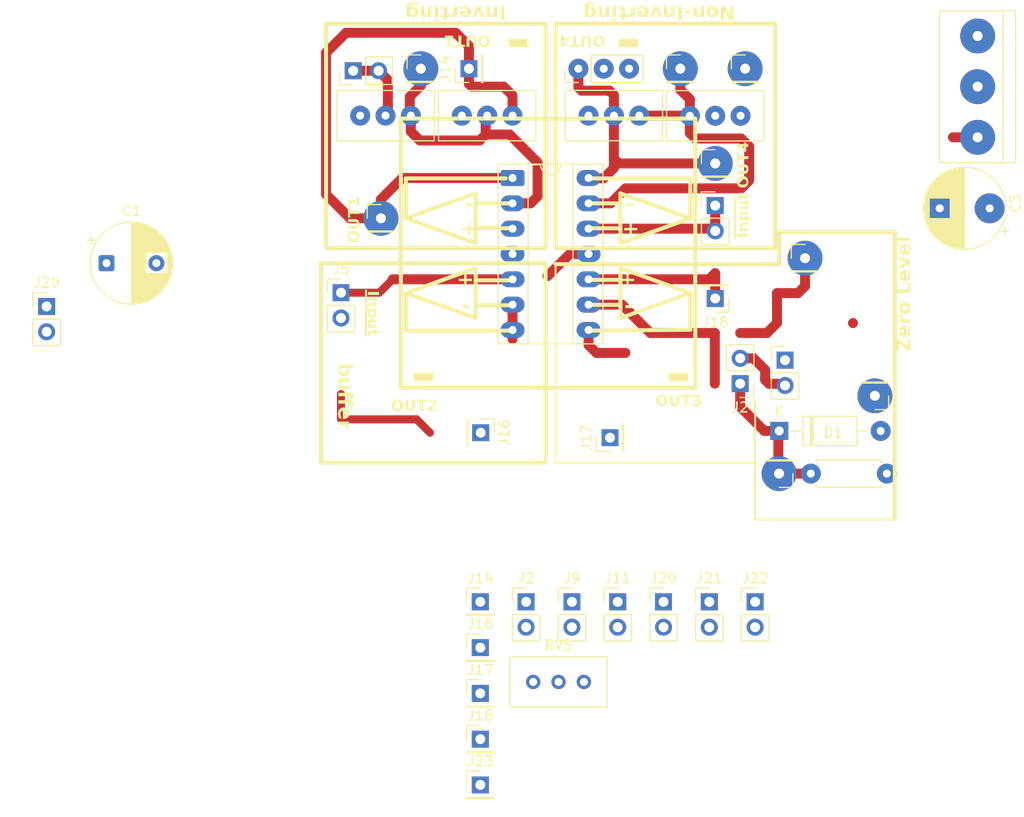
<source format=kicad_pcb>
(kicad_pcb (version 20241229) (generator "pcbnew") (generator_version "9.0")
  (layers (0 "F.Cu" signal) (2 "B.Cu" signal) (13 "F.Paste" user) (15 "B.Paste" user) (5 "F.SilkS" user "F.Silkscreen") (7 "B.SilkS" user "B.Silkscreen") (1 "F.Mask" user) (3 "B.Mask" user) (25 "Edge.Cuts" user))
  (net 0 "")
  (net 1 "VCC")
  (net 2 "VEE")
  (net 3 "bat-")
  (net 4 "v_zener")
  (net 5 "bat+")
  (net 6 "v_devider")
  (net 7 "noninv_amp_vo")
  (net 8 "inv_amp_vo")
  (net 9 "Net-(J10-Pin_1)")
  (net 10 "inv_amp_vin")
  (net 11 "buffer_amp_vo")
  (net 16 "buffer_vin")
  (net 17 "buffer_amp_vin")
  (net 18 "noninv_amp_vin")
  (net 19 "cross_detect_out")
  (net 22 "Net-(J23-Pin_1)")
  (net 23 "Net-(J15-Pin_2)")
  (footprint "Potentiometer_THT:Potentiometer_Bourns_3296W_Vertical" (layer "F.Cu") (at 203.5 79.704956)
    (property "Reference" "RV2" (hide yes))
    (property "Value" "R_Potentiometer" (hide yes))
    (pad "1" thru_hole circle (at 0 0) (size 2 2) (drill 0.8) (layers "*.Cu" "*.Mask") (net 9 "Net-(J10-Pin_1)"))
    (pad "2" thru_hole circle (at -2.54 0) (size 2 2) (drill 0.8) (layers "*.Cu" "*.Mask") (net 10 "inv_amp_vin"))
    (pad "3" thru_hole circle (at -5.08 0) (size 2 2) (drill 0.8) (layers "*.Cu" "*.Mask"))
  )
  (footprint "Connector_PinHeader_2.54mm:PinHeader_1x02_P2.54mm_Vertical" (layer "F.Cu") (at 215.05 128.46)
    (property "Reference" "J2" (at 0 -2.38 0) (layer "F.SilkS"))
    (property "Value" "Conn_01x02")
    (pad "1" thru_hole rect (at 0 0) (size 1.7 1.7) (drill 1) (layers "*.Cu" "*.Mask") (net 3 "bat-"))
    (pad "2" thru_hole circle (at 0 2.54) (size 1.7 1.7) (drill 1) (layers "*.Cu" "*.Mask") (net 19 "cross_detect_out"))
  )
  (footprint "Package_DIP:DIP-14_W7.62mm_Socket_LongPads" (layer "F.Cu") (at 213.69 85.96)
    (property "Reference" "U1" (hide yes))
    (property "Value" "TL084")
    (pad "1" thru_hole roundrect (at 0 0) (size 2.4 1.6) (drill 0.8) (layers "*.Cu" "*.Mask") (roundrect_rratio 0.15625) (net 8 "inv_amp_vo"))
    (pad "2" thru_hole oval (at 0 2.54) (size 2.4 1.6) (drill 0.8) (layers "*.Cu" "*.Mask") (net 9 "Net-(J10-Pin_1)"))
    (pad "3" thru_hole oval (at 0 5.08) (size 2.4 1.6) (drill 0.8) (layers "*.Cu" "*.Mask") (net 3 "bat-"))
    (pad "4" thru_hole oval (at 0 7.62) (size 2.4 1.6) (drill 0.8) (layers "*.Cu" "*.Mask") (net 1 "VCC"))
    (pad "5" thru_hole oval (at 0 10.16) (size 2.4 1.6) (drill 0.8) (layers "*.Cu" "*.Mask") (net 17 "buffer_amp_vin"))
    (pad "6" thru_hole oval (at 0 12.7) (size 2.4 1.6) (drill 0.8) (layers "*.Cu" "*.Mask") (net 11 "buffer_amp_vo"))
    (pad "7" thru_hole oval (at 0 15.24) (size 2.4 1.6) (drill 0.8) (layers "*.Cu" "*.Mask") (net 11 "buffer_amp_vo"))
    (pad "8" thru_hole oval (at 7.62 15.24) (size 2.4 1.6) (drill 0.8) (layers "*.Cu" "*.Mask") (net 19 "cross_detect_out"))
    (pad "9" thru_hole oval (at 7.62 12.7) (size 2.4 1.6) (drill 0.8) (layers "*.Cu" "*.Mask") (net 23 "Net-(J15-Pin_2)"))
    (pad "10" thru_hole oval (at 7.62 10.16) (size 2.4 1.6) (drill 0.8) (layers "*.Cu" "*.Mask") (net 16 "buffer_vin"))
    (pad "11" thru_hole oval (at 7.62 7.62) (size 2.4 1.6) (drill 0.8) (layers "*.Cu" "*.Mask") (net 2 "VEE"))
    (pad "12" thru_hole oval (at 7.62 5.08) (size 2.4 1.6) (drill 0.8) (layers "*.Cu" "*.Mask") (net 18 "noninv_amp_vin"))
    (pad "13" thru_hole oval (at 7.62 2.54) (size 2.4 1.6) (drill 0.8) (layers "*.Cu" "*.Mask") (net 22 "Net-(J23-Pin_1)"))
    (pad "14" thru_hole oval (at 7.62 0) (size 2.4 1.6) (drill 0.8) (layers "*.Cu" "*.Mask") (net 7 "noninv_amp_vo"))
  )
  (footprint "Connector_PinHeader_2.54mm:PinHeader_1x01_P2.54mm_Vertical" (layer "F.Cu") (at 209.32 75 90)
    (property "Reference" "J14" (at 0 -2.38 90) (layer "F.SilkS"))
    (property "Value" "Conn_01x01_Pin")
    (pad "1" thru_hole rect (at 0 0 90) (size 1.7 1.7) (drill 1) (layers "*.Cu" "*.Mask") (net 2 "VEE"))
  )
  (footprint "Connector_PinHeader_2.54mm:PinHeader_1x01_P2.54mm_Vertical" (layer "F.Cu") (at 237 75)
    (property "Reference" "J7" (hide yes))
    (property "Value" "Conn_01x01_Pin" (hide yes))
    (pad "1" thru_hole circle (at 0 0) (size 3.5 3.5) (drill 1) (layers "*.Cu" "*.Mask") (net 3 "bat-"))
  )
  (footprint "Connector_PinHeader_2.54mm:PinHeader_1x02_P2.54mm_Vertical" (layer "F.Cu") (at 167 98.84)
    (property "Reference" "J20" (at 0 -2.38 0) (layer "F.SilkS"))
    (property "Value" "Conn_01x02")
    (pad "1" thru_hole rect (at 0 0) (size 1.7 1.7) (drill 1) (layers "*.Cu" "*.Mask") (net 10 "inv_amp_vin"))
    (pad "2" thru_hole circle (at 0 2.54) (size 1.7 1.7) (drill 1) (layers "*.Cu" "*.Mask") (net 3 "bat-"))
  )
  (footprint "Connector_PinHeader_2.54mm:PinHeader_1x01_P2.54mm_Vertical" (layer "F.Cu") (at 243 94)
    (property "Reference" "J19" (hide yes))
    (property "Value" "Conn_01x01_Pin" (hide yes))
    (pad "1" thru_hole circle (at 0 0) (size 3.5 3.5) (drill 1) (layers "*.Cu" "*.Mask") (net 6 "v_devider"))
  )
  (footprint "Connector_PinHeader_2.54mm:PinHeader_1x03_P2.54mm_Vertical" (layer "F.Cu") (at 220.29 75 90)
    (property "Reference" "J15" (hide yes))
    (property "Value" "Conn_02x04_Odd_Even" (hide yes))
    (pad "1" thru_hole circle (at 0 0 90) (size 2 2) (drill 0.8) (layers "*.Cu" "*.Mask") (net 4 "v_zener"))
    (pad "2" thru_hole circle (at 0 2.54 90) (size 2 2) (drill 0.8) (layers "*.Cu" "*.Mask") (net 23 "Net-(J15-Pin_2)"))
    (pad "3" thru_hole circle (at 0 5.08 90) (size 2 2) (drill 0.8) (layers "*.Cu" "*.Mask") (net 5 "bat+"))
  )
  (footprint "Connector_PinHeader_2.54mm:PinHeader_1x01_P2.54mm_Vertical" (layer "F.Cu") (at 240.4 115.6 180)
    (property "Reference" "J12" (hide yes))
    (property "Value" "Conn_01x01_Pin" (hide yes))
    (pad "1" thru_hole circle (at 0 0 180) (size 3.5 3.5) (drill 1) (layers "*.Cu" "*.Mask") (net 4 "v_zener"))
  )
  (footprint "Connector_PinHeader_2.54mm:PinHeader_1x01_P2.54mm_Vertical" (layer "F.Cu") (at 210.46 137.64)
    (property "Reference" "J17" (at 0 -2.38 0) (layer "F.SilkS"))
    (property "Value" "Conn_01x01_Pin")
    (pad "1" thru_hole rect (at 0 0) (size 1.7 1.7) (drill 1) (layers "*.Cu" "*.Mask") (net 10 "inv_amp_vin"))
  )
  (footprint "Capacitor_THT:CP_Radial_D8.0mm_P5.00mm" (layer "F.Cu") (at 261.5 89 180)
    (property "Reference" "C3" (at -2.597349 0.5 90) (layer "F.SilkS"))
    (property "Value" "C_Polarized" (hide yes))
    (pad "1" thru_hole circle (at 0 0 180) (size 3 3) (drill 0.8) (layers "*.Cu" "*.Mask") (net 1 "VCC"))
    (pad "2" thru_hole circle (at 5 0 180) (size 3 3) (drill 0.8) (layers "*.Cu" "*.Mask") (net 2 "VEE"))
  )
  (footprint "Connector_PinHeader_2.54mm:PinHeader_1x02_P2.54mm_Vertical" (layer "F.Cu") (at 236.5 106.58 180)
    (property "Reference" "J2" (at 0 -2.38 180) (layer "F.SilkS"))
    (property "Value" "Conn_01x02")
    (pad "1" thru_hole rect (at 0 0 180) (size 1.7 1.7) (drill 1) (layers "*.Cu" "*.Mask") (net 3 "bat-"))
    (pad "2" thru_hole circle (at 0 2.54 180) (size 1.7 1.7) (drill 1) (layers "*.Cu" "*.Mask") (net 19 "cross_detect_out"))
  )
  (footprint "Connector_PinHeader_2.54mm:PinHeader_1x02_P2.54mm_Vertical" (layer "F.Cu") (at 219.64 128.46)
    (property "Reference" "J9" (at 0 -2.38 0) (layer "F.SilkS"))
    (property "Value" "Conn_01x02")
    (pad "1" thru_hole rect (at 0 0) (size 1.7 1.7) (drill 1) (layers "*.Cu" "*.Mask") (net 18 "noninv_amp_vin"))
    (pad "2" thru_hole circle (at 0 2.54) (size 1.7 1.7) (drill 1) (layers "*.Cu" "*.Mask") (net 3 "bat-"))
  )
  (footprint "Potentiometer_THT:Potentiometer_Bourns_3296W_Vertical" (layer "F.Cu") (at 236.54 79.718998)
    (property "Reference" "RV3" (hide yes))
    (property "Value" "R_Potentiometer" (hide yes))
    (pad "1" thru_hole circle (at 0 0) (size 2 2) (drill 0.8) (layers "*.Cu" "*.Mask"))
    (pad "2" thru_hole circle (at -2.54 0) (size 2 2) (drill 0.8) (layers "*.Cu" "*.Mask") (net 3 "bat-"))
    (pad "3" thru_hole circle (at -5.08 0) (size 2 2) (drill 0.8) (layers "*.Cu" "*.Mask") (net 22 "Net-(J23-Pin_1)"))
  )
  (footprint "Connector_PinHeader_2.54mm:PinHeader_1x01_P2.54mm_Vertical" (layer "F.Cu") (at 210.46 142.23)
    (property "Reference" "J18" (at 0 -2.38 0) (layer "F.SilkS"))
    (property "Value" "Conn_01x01_Pin")
    (pad "1" thru_hole rect (at 0 0) (size 1.7 1.7) (drill 1) (layers "*.Cu" "*.Mask") (net 9 "Net-(J10-Pin_1)"))
  )
  (footprint "Connector_PinHeader_2.54mm:PinHeader_1x01_P2.54mm_Vertical" (layer "F.Cu") (at 234 98.04 180)
    (property "Reference" "J18" (at 0 -2.38 180) (layer "F.SilkS"))
    (property "Value" "Conn_01x01_Pin")
    (pad "1" thru_hole rect (at 0 0 180) (size 1.7 1.7) (drill 1) (layers "*.Cu" "*.Mask") (net 9 "Net-(J10-Pin_1)"))
  )
  (footprint "Connector_PinHeader_2.54mm:PinHeader_1x02_P2.54mm_Vertical" (layer "F.Cu") (at 196.5 97.46)
    (property "Reference" "J5" (at 0 -2.38 0) (layer "F.SilkS"))
    (property "Value" "Conn_01x02")
    (pad "1" thru_hole rect (at 0 0) (size 1.7 1.7) (drill 1) (layers "*.Cu" "*.Mask") (net 17 "buffer_amp_vin"))
    (pad "2" thru_hole circle (at 0 2.54) (size 1.7 1.7) (drill 1) (layers "*.Cu" "*.Mask") (net 3 "bat-"))
  )
  (footprint "Connector_PinHeader_2.54mm:PinHeader_1x02_P2.54mm_Vertical" (layer "F.Cu") (at 241 104.225)
    (property "Reference" "J1" (hide yes))
    (property "Value" "Screw_Terminal_01x02" (hide yes))
    (pad "1" thru_hole rect (at 0 0) (size 1.7 1.7) (drill 1) (layers "*.Cu" "*.Mask") (net 3 "bat-"))
    (pad "2" thru_hole circle (at 0 2.54) (size 1.7 1.7) (drill 1) (layers "*.Cu" "*.Mask") (net 5 "bat+"))
  )
  (footprint "Capacitor_THT:CP_Radial_D8.0mm_P5.00mm" (layer "F.Cu") (at 173 94.5)
    (property "Reference" "C1" (at 2.5 -5.25 0) (layer "F.SilkS"))
    (property "Value" "C_Polarized")
    (pad "1" thru_hole roundrect (at 0 0) (size 1.6 1.6) (drill 0.8) (layers "*.Cu" "*.Mask") (roundrect_rratio 0.15625))
    (pad "2" thru_hole circle (at 5 0) (size 1.6 1.6) (drill 0.8) (layers "*.Cu" "*.Mask"))
  )
  (footprint "Potentiometer_THT:Potentiometer_Bourns_3296W_Vertical" (layer "F.Cu") (at 213.69 79.704956)
    (property "Reference" "RV1" (hide yes))
    (property "Value" "R_Potentiometer" (hide yes))
    (pad "1" thru_hole circle (at 0 0) (size 2 2) (drill 0.8) (layers "*.Cu" "*.Mask") (net 8 "inv_amp_vo"))
    (pad "2" thru_hole circle (at -2.54 0) (size 2 2) (drill 0.8) (layers "*.Cu" "*.Mask") (net 9 "Net-(J10-Pin_1)"))
    (pad "3" thru_hole circle (at -5.08 0) (size 2 2) (drill 0.8) (layers "*.Cu" "*.Mask"))
  )
  (footprint "Connector_PinHeader_2.54mm:PinHeader_1x02_P2.54mm_Vertical" (layer "F.Cu") (at 238 128.46)
    (property "Reference" "J22" (at 0 -2.38 0) (layer "F.SilkS"))
    (property "Value" "Conn_01x02")
    (pad "1" thru_hole rect (at 0 0) (size 1.7 1.7) (drill 1) (layers "*.Cu" "*.Mask") (net 7 "noninv_amp_vo"))
    (pad "2" thru_hole circle (at 0 2.54) (size 1.7 1.7) (drill 1) (layers "*.Cu" "*.Mask") (net 3 "bat-"))
  )
  (footprint "TerminalBlock:TerminalBlock_bornier-3_P5.08mm" (layer "F.Cu") (at 260.297349 81.88 90)
    (property "Reference" "J3" (hide yes))
    (property "Value" "Screw_Terminal_01x03" (hide yes))
    (pad "1" thru_hole circle (at 0 0 90) (size 3.5 3.5) (drill 1) (layers "*.Cu" "*.Mask") (net 2 "VEE"))
    (pad "2" thru_hole circle (at 5.08 0 90) (size 3.5 3.5) (drill 1) (layers "*.Cu" "*.Mask") (net 3 "bat-"))
    (pad "3" thru_hole circle (at 10.16 0 90) (size 3.5 3.5) (drill 1) (layers "*.Cu" "*.Mask") (net 1 "VCC"))
  )
  (footprint "Connector_PinHeader_2.54mm:PinHeader_1x02_P2.54mm_Vertical" (layer "F.Cu") (at 234 88.725)
    (property "Reference" "J11" (hide yes))
    (property "Value" "Conn_01x02" (hide yes))
    (pad "1" thru_hole rect (at 0 0) (size 1.7 1.7) (drill 1) (layers "*.Cu" "*.Mask") (net 11 "buffer_amp_vo"))
    (pad "2" thru_hole circle (at 0 2.54) (size 1.7 1.7) (drill 1) (layers "*.Cu" "*.Mask") (net 3 "bat-"))
  )
  (footprint "Connector_PinHeader_2.54mm:PinHeader_1x01_P2.54mm_Vertical" (layer "F.Cu") (at 223.46 112 90)
    (property "Reference" "J17" (at 0 -2.38 90) (layer "F.SilkS"))
    (property "Value" "Conn_01x01_Pin")
    (pad "1" thru_hole rect (at 0 0 90) (size 1.7 1.7) (drill 1) (layers "*.Cu" "*.Mask") (net 10 "inv_amp_vin"))
  )
  (footprint "Connector_PinHeader_2.54mm:PinHeader_1x02_P2.54mm_Vertical" (layer "F.Cu") (at 228.82 128.46)
    (property "Reference" "J20" (at 0 -2.38 0) (layer "F.SilkS"))
    (property "Value" "Conn_01x02")
    (pad "1" thru_hole rect (at 0 0) (size 1.7 1.7) (drill 1) (layers "*.Cu" "*.Mask") (net 10 "inv_amp_vin"))
    (pad "2" thru_hole circle (at 0 2.54) (size 1.7 1.7) (drill 1) (layers "*.Cu" "*.Mask") (net 3 "bat-"))
  )
  (footprint "Potentiometer_THT:Potentiometer_Bourns_3296W_Vertical" (layer "F.Cu") (at 221.31 79.704956 180)
    (property "Reference" "RV4" (hide yes))
    (property "Value" "R_Potentiometer" (hide yes))
    (pad "1" thru_hole circle (at 0 0 180) (size 2 2) (drill 0.8) (layers "*.Cu" "*.Mask"))
    (pad "2" thru_hole circle (at -2.54 0 180) (size 2 2) (drill 0.8) (layers "*.Cu" "*.Mask") (net 7 "noninv_amp_vo"))
    (pad "3" thru_hole circle (at -5.08 0 180) (size 2 2) (drill 0.8) (layers "*.Cu" "*.Mask") (net 22 "Net-(J23-Pin_1)"))
  )
  (footprint "Potentiometer_THT:Potentiometer_Bourns_3296W_Vertical" (layer "F.Cu") (at 220.84 136.49)
    (property "Reference" "RV5" (at -2.54 -3.66 0) (layer "F.SilkS"))
    (property "Value" "R_Potentiometer")
    (pad "1" thru_hole circle (at 0 0) (size 1.44 1.44) (drill 0.8) (layers "*.Cu" "*.Mask") (net 1 "VCC"))
    (pad "2" thru_hole circle (at -2.54 0) (size 1.44 1.44) (drill 0.8) (layers "*.Cu" "*.Mask") (net 6 "v_devider"))
    (pad "3" thru_hole circle (at -5.08 0) (size 1.44 1.44) (drill 0.8) (layers "*.Cu" "*.Mask") (net 2 "VEE"))
  )
  (footprint "Connector_PinHeader_2.54mm:PinHeader_1x02_P2.54mm_Vertical" (layer "F.Cu") (at 197.725 75.204956 90)
    (property "Reference" "J9" (hide yes))
    (property "Value" "Conn_01x02" (hide yes))
    (pad "1" thru_hole rect (at 0 0 90) (size 1.7 1.7) (drill 1) (layers "*.Cu" "*.Mask") (net 18 "noninv_amp_vin"))
    (pad "2" thru_hole circle (at 0 2.54 90) (size 1.7 1.7) (drill 1) (layers "*.Cu" "*.Mask") (net 3 "bat-"))
  )
  (footprint "Resistor_THT:R_Axial_DIN0207_L6.3mm_D2.5mm_P7.62mm_Horizontal" (layer "F.Cu") (at 251.2 115.6 180)
    (property "Reference" "R3" (hide yes))
    (property "Value" "R" (hide yes))
    (pad "1" thru_hole oval (at 0 0 180) (size 2 2) (drill 0.8) (layers "*.Cu" "*.Mask") (net 1 "VCC"))
    (pad "2" thru_hole oval (at 7.62 0 180) (size 2 2) (drill 0.8) (layers "*.Cu" "*.Mask") (net 4 "v_zener"))
  )
  (footprint "Connector_PinHeader_2.54mm:PinHeader_1x02_P2.54mm_Vertical" (layer "F.Cu") (at 224.23 128.46)
    (property "Reference" "J11" (at 0 -2.38 0) (layer "F.SilkS"))
    (property "Value" "Conn_01x02")
    (pad "1" thru_hole rect (at 0 0) (size 1.7 1.7) (drill 1) (layers "*.Cu" "*.Mask") (net 11 "buffer_amp_vo"))
    (pad "2" thru_hole circle (at 0 2.54) (size 1.7 1.7) (drill 1) (layers "*.Cu" "*.Mask") (net 3 "bat-"))
  )
  (footprint "Connector_PinHeader_2.54mm:PinHeader_1x01_P2.54mm_Vertical" (layer "F.Cu") (at 230.5 75)
    (property "Reference" "J6" (hide yes))
    (property "Value" "Conn_01x01_Pin" (hide yes))
    (pad "1" thru_hole circle (at 0 0) (size 3.5 3.5) (drill 1) (layers "*.Cu" "*.Mask") (net 22 "Net-(J23-Pin_1)"))
  )
  (footprint "Connector_PinHeader_2.54mm:PinHeader_1x01_P2.54mm_Vertical" (layer "F.Cu") (at 250 107.8 180)
    (property "Reference" "J13" (hide yes))
    (property "Value" "Conn_01x01_Pin" (hide yes))
    (pad "1" thru_hole circle (at 0 0 180) (size 3.5 3.5) (drill 1) (layers "*.Cu" "*.Mask") (net 2 "VEE"))
  )
  (footprint "Connector_PinHeader_2.54mm:PinHeader_1x01_P2.54mm_Vertical" (layer "F.Cu") (at 234 84.5)
    (property "Reference" "J4" (hide yes))
    (property "Value" "Conn_01x01_Pin" (hide yes))
    (pad "1" thru_hole circle (at 0 0) (size 3.5 3.5) (drill 1) (layers "*.Cu" "*.Mask") (net 7 "noninv_amp_vo"))
  )
  (footprint "Connector_PinHeader_2.54mm:PinHeader_1x01_P2.54mm_Vertical" (layer "F.Cu") (at 200.5 90)
    (property "Reference" "J8" (hide yes))
    (property "Value" "Conn_01x01_Pin" (hide yes))
    (pad "1" thru_hole circle (at 0 0) (size 3.5 3.5) (drill 1) (layers "*.Cu" "*.Mask") (net 8 "inv_amp_vo"))
  )
  (footprint "Diode_THT:D_A-405_P10.16mm_Horizontal" (layer "F.Cu") (at 240.42 111.322172)
    (property "Reference" "D1" (at 5.407164 0.177828 0) (layer "F.SilkS"))
    (property "Value" "D_Zener_Filled" (hide yes))
    (fp_text user "K" (at 0 -1.9 0) (layer "F.SilkS"))
    (pad "1" thru_hole rect (at 0 0) (size 1.8 1.8) (drill 0.9) (layers "*.Cu" "*.Mask") (net 4 "v_zener"))
    (pad "2" thru_hole oval (at 10.16 0) (size 2 2) (drill 0.8) (layers "*.Cu" "*.Mask") (net 2 "VEE"))
  )
  (footprint "Connector_PinHeader_2.54mm:PinHeader_1x01_P2.54mm_Vertical" (layer "F.Cu") (at 210.46 146.82)
    (property "Reference" "J23" (at 0 -2.38 0) (layer "F.SilkS"))
    (property "Value" "Conn_01x01_Pin")
    (pad "1" thru_hole rect (at 0 0) (size 1.7 1.7) (drill 1) (layers "*.Cu" "*.Mask") (net 22 "Net-(J23-Pin_1)"))
  )
  (footprint "Connector_PinHeader_2.54mm:PinHeader_1x01_P2.54mm_Vertical" (layer "F.Cu") (at 210.46 133.05)
    (property "Reference" "J16" (at 0 -2.38 0) (layer "F.SilkS"))
    (property "Value" "Conn_01x01_Pin")
    (pad "1" thru_hole rect (at 0 0) (size 1.7 1.7) (drill 1) (layers "*.Cu" "*.Mask") (net 1 "VCC"))
  )
  (footprint "Connector_PinHeader_2.54mm:PinHeader_1x01_P2.54mm_Vertical" (layer "F.Cu") (at 210.46 128.46)
    (property "Reference" "J14" (at 0 -2.38 0) (layer "F.SilkS"))
    (property "Value" "Conn_01x01_Pin")
    (pad "1" thru_hole rect (at 0 0) (size 1.7 1.7) (drill 1) (layers "*.Cu" "*.Mask") (net 2 "VEE"))
  )
  (footprint "Connector_PinHeader_2.54mm:PinHeader_1x01_P2.54mm_Vertical" (layer "F.Cu") (at 210.5 111.5 -90)
    (property "Reference" "J16" (at 0 -2.38 270) (layer "F.SilkS"))
    (property "Value" "Conn_01x01_Pin")
    (pad "1" thru_hole rect (at 0 0 270) (size 1.7 1.7) (drill 1) (layers "*.Cu" "*.Mask") (net 1 "VCC"))
  )
  (footprint "Connector_PinHeader_2.54mm:PinHeader_1x01_P2.54mm_Vertical" (layer "F.Cu") (at 204.5 75)
    (property "Reference" "J10" (hide yes))
    (property "Value" "Conn_01x01_Pin" (hide yes))
    (pad "1" thru_hole circle (at 0 0) (size 3.5 3.5) (drill 1) (layers "*.Cu" "*.Mask") (net 9 "Net-(J10-Pin_1)"))
  )
  (footprint "Connector_PinHeader_2.54mm:PinHeader_1x02_P2.54mm_Vertical" (layer "F.Cu") (at 233.41 128.46)
    (property "Reference" "J21" (at 0 -2.38 0) (layer "F.SilkS"))
    (property "Value" "Conn_01x02")
    (pad "1" thru_hole rect (at 0 0) (size 1.7 1.7) (drill 1) (layers "*.Cu" "*.Mask") (net 8 "inv_amp_vo"))
    (pad "2" thru_hole circle (at 0 2.54) (size 1.7 1.7) (drill 1) (layers "*.Cu" "*.Mask") (net 3 "bat-"))
  )
  (gr_line (start 224.5 87.5) (end 224.5 92.5) (stroke (width 0.4)) (layer "F.SilkS"))
  (gr_line (start 213.5 91) (end 210 91) (stroke (width 0.4)) (layer "F.SilkS"))
  (gr_line (start 224.5 91) (end 221.5 91) (stroke (width 0.4)) (layer "F.SilkS"))
  (gr_line (start 213.5 88.5) (end 210 88.5) (stroke (width 0.4)) (layer "F.SilkS"))
  (gr_line (start 224.5 92.5) (end 231.5 90) (stroke (width 0.4)) (layer "F.SilkS"))
  (gr_line (start 199 97.25) (end 199 101.75) (stroke (width 0.2)) (layer "F.SilkS"))
  (gr_line (start 210 92.5) (end 210 87.5) (stroke (width 0.4)) (layer "F.SilkS"))
  (gr_line (start 203 101.262537) (end 213.675025 101.262537) (stroke (width 0.4)) (layer "F.SilkS"))
  (gr_line (start 210 87.5) (end 203 90) (stroke (width 0.4)) (layer "F.SilkS"))
  (gr_line (start 252 91.4) (end 252 120.2) (stroke (width 0.4)) (layer "F.SilkS"))
  (gr_line (start 203 86) (end 203 90) (stroke (width 0.4)) (layer "F.SilkS"))
  (gr_line (start 252 120.2) (end 238 120.2) (stroke (width 0.2)) (layer "F.SilkS"))
  (gr_rect (start 194.5 94.5) (end 217 114.5) (stroke (width 0.4)) (fill no) (layer "F.SilkS"))
  (gr_line (start 203 101.262537) (end 202.99826 97.497644) (stroke (width 0.4)) (layer "F.SilkS"))
  (gr_line (start 238 114.5) (end 218 114.5) (stroke (width 0.2)) (layer "F.SilkS"))
  (gr_line (start 238 120.2) (end 238 108.4) (stroke (width 0.2)) (layer "F.SilkS"))
  (gr_line (start 203 86) (end 213 86) (stroke (width 0.4)) (layer "F.SilkS"))
  (gr_line (start 231.5 86) (end 231.5 90) (stroke (width 0.4)) (layer "F.SilkS"))
  (gr_line (start 231.5 97.5) (end 224.5 95) (stroke (width 0.4)) (layer "F.SilkS"))
  (gr_line (start 210 95) (end 203 97.5) (stroke (width 0.4)) (layer "F.SilkS"))
  (gr_line (start 224.5 95) (end 224.5 100) (stroke (width 0.4)) (layer "F.SilkS"))
  (gr_line (start 224.489818 96.175025) (end 221.304611 96.175025) (stroke (width 0.4)) (layer "F.SilkS"))
  (gr_line (start 213.5 98.717435) (end 210 98.717435) (stroke (width 0.4)) (layer "F.SilkS"))
  (gr_line (start 240.4 94.6) (end 240.4 91.4) (stroke (width 0.4)) (layer "F.SilkS"))
  (gr_line (start 203 97.5) (end 210 100) (stroke (width 0.4)) (layer "F.SilkS"))
  (gr_rect (start 218 70.5) (end 240 93) (stroke (width 0.4)) (fill no) (layer "F.SilkS"))
  (gr_line (start 236 88) (end 236 92) (stroke (width 0.2)) (layer "F.SilkS"))
  (gr_line (start 221.5 101.264894) (end 231.5 101.177381) (stroke (width 0.4)) (layer "F.SilkS"))
  (gr_line (start 221.5 86) (end 231.5 86) (stroke (width 0.4)) (layer "F.SilkS"))
  (gr_line (start 224.5 100) (end 231.5 97.5) (stroke (width 0.4)) (layer "F.SilkS"))
  (gr_line (start 203 90) (end 210 92.5) (stroke (width 0.4)) (layer "F.SilkS"))
  (gr_line (start 231.5 90) (end 224.5 87.5) (stroke (width 0.4)) (layer "F.SilkS"))
  (gr_line (start 218 114.5) (end 218 94.6) (stroke (width 0.2)) (layer "F.SilkS"))
  (gr_line (start 210 100) (end 210 95) (stroke (width 0.4)) (layer "F.SilkS"))
  (gr_line (start 224.489818 98.675025) (end 221.31628 98.675025) (stroke (width 0.4)) (layer "F.SilkS"))
  (gr_line (start 213.5 96.217435) (end 210 96.217435) (stroke (width 0.4)) (layer "F.SilkS"))
  (gr_line (start 218 94.6) (end 240.4 94.6) (stroke (width 0.4)) (layer "F.SilkS"))
  (gr_rect (start 202.5 80) (end 232 107) (stroke (width 0.4)) (fill no) (layer "F.SilkS"))
  (gr_rect (start 195 70.5) (end 217 93) (stroke (width 0.4)) (fill no) (layer "F.SilkS"))
  (gr_line (start 240.4 91.4) (end 252 91.4) (stroke (width 0.4)) (layer "F.SilkS"))
  (gr_line (start 231.5 101.177381) (end 231.5 97.5) (stroke (width 0.4)) (layer "F.SilkS"))
  (gr_line (start 224.5 88.5) (end 221.5 88.5) (stroke (width 0.4)) (layer "F.SilkS"))
  (gr_text "OUT4" (at 223 71.5 180) (layer "F.SilkS") (effects (font (size 1.1 1.1) (thickness 0.275) (bold yes)) (justify left bottom)))
  (gr_text "-" (at 225 89.5 0) (layer "F.SilkS") (effects (font (size 1.5 1.5) (thickness 0.3) (bold yes)) (justify left bottom)))
  (gr_text "-" (at 220 73 90) (layer "F.SilkS") (effects (font (size 10 2) (thickness 0.3) (bold yes)) (justify left bottom)))
  (gr_text "Zero Level" (at 253.8 103.4 90) (layer "F.SilkS") (effects (font (size 1.4 1.4) (thickness 0.275) (bold yes)) (justify left bottom)))
  (gr_text "-" (at 210.5 106.5 90) (layer "F.SilkS") (effects (font (size 10 2) (thickness 0.3) (bold yes)) (justify left bottom)))
  (gr_text "-" (at 209.5 98 180) (layer "F.SilkS") (effects (font (size 1.5 1.5) (thickness 0.3) (bold yes)) (justify left bottom)))
  (gr_text "OUT4" (at 237.5 87 90) (layer "F.SilkS") (effects (font (size 1.1 1.1) (thickness 0.275) (bold yes)) (justify left bottom)))
  (gr_text "-" (at 208.84365 89.5 0) (layer "F.SilkS") (effects (font (size 1.5 1.5) (thickness 0.3) (bold yes)) (justify left bottom)))
  (gr_text "OUT1" (at 211.5 71.5 180) (layer "F.SilkS") (effects (font (size 1.1 1.1) (thickness 0.275) (bold yes)) (justify left bottom)))
  (gr_text "OUT3" (at 228 109 0) (layer "F.SilkS") (effects (font (size 1.1 1.1) (thickness 0.275) (bold yes)) (justify left bottom)))
  (gr_text "+" (at 226.096258 95.260181 180) (layer "F.SilkS") (effects (font (size 1.5 1.5) (thickness 0.3) (bold yes)) (justify left bottom)))
  (gr_text "Input" (at 199 97.25 270) (layer "F.SilkS") (effects (font (size 1.1 1.1) (thickness 0.275) (bold yes)) (justify left bottom)))
  (gr_text "-" (at 236 106.5 90) (layer "F.SilkS") (effects (font (size 10 2) (thickness 0.3) (bold yes)) (justify left bottom)))
  (gr_text "-" (at 225.752608 98 180) (layer "F.SilkS") (effects (font (size 1.5 1.5) (thickness 0.3) (bold yes)) (justify left bottom)))
  (gr_text "-" (at 231 73 90) (layer "F.SilkS") (effects (font (size 10 2) (thickness 0.3) (bold yes)) (justify left bottom)))
  (gr_text "buffer\n" (at 196 104.5 270) (layer "F.SilkS") (effects (font (size 1.4 1.4) (thickness 0.275) (bold yes)) (justify left bottom)))
  (gr_text "+" (at 208.5 92 0) (layer "F.SilkS") (effects (font (size 1.5 1.5) (thickness 0.3) (bold yes)) (justify left bottom)))
  (gr_text "OUT1" (at 198.5 92.5 90) (layer "F.SilkS") (effects (font (size 1.1 1.1) (thickness 0.275) (bold yes)) (justify left bottom)))
  (gr_text "Non-Inverting" (at 236.03097 68.5 180) (layer "F.SilkS") (effects (font (size 1.4 1.4) (thickness 0.275) (bold yes)) (justify left bottom)))
  (gr_text "+" (at 224.65635 92 0) (layer "F.SilkS") (effects (font (size 1.5 1.5) (thickness 0.3) (bold yes)) (justify left bottom)))
  (gr_text "Inverting" (at 213.03097 68.5 180) (layer "F.SilkS") (effects (font (size 1.4 1.4) (thickness 0.275) (bold yes)) (justify left bottom)))
  (gr_text "Input" (at 237.5 92 90) (layer "F.SilkS") (effects (font (size 1.1 1.1) (thickness 0.275) (bold yes)) (justify left bottom)))
  (gr_text "+" (at 209.84365 95.260181 180) (layer "F.SilkS") (effects (font (size 1.5 1.5) (thickness 0.3) (bold yes)) (justify left bottom)))
  (gr_text "OUT2" (at 201.5 109.5 0) (layer "F.SilkS") (effects (font (size 1.1 1.1) (thickness 0.275) (bold yes)) (justify left bottom)))
  (segment (start 221.31 93.58) (end 219.42 93.58) (width 1) (layer "F.Cu") (net 2))
  (segment (start 250.58 108.38) (end 250 107.8) (width 1) (layer "F.Cu") (net 2))
  (segment (start 257.817349 81.88) (end 260.297349 81.88) (width 1) (layer "F.Cu") (net 2))
  (segment (start 250 107.8) (end 249.35 107.8) (width 1) (layer "F.Cu") (net 2))
  (segment (start 219.42 93.58) (end 217.2 95.8) (width 1) (layer "F.Cu") (net 2))
  (segment (start 196.5 110.16) (end 204.08 110.16) (width 0.8) (layer "F.Cu") (net 3))
  (segment (start 247.8 100.51) (end 247.81 100.5) (width 1) (layer "F.Cu") (net 3))
  (segment (start 204.08 110.16) (end 205.42 111.5) (width 0.8) (layer "F.Cu") (net 3))
  (segment (start 196.5 107.62) (end 196.5 110.16) (width 0.8) (layer "F.Cu") (net 3))
  (segment (start 240.4 115.6) (end 239.984603 115.184603) (width 1) (layer "F.Cu") (net 4))
  (segment (start 238.922172 111.322172) (end 240.42 111.322172) (width 1) (layer "F.Cu") (net 4))
  (segment (start 236.5 106.58) (end 236.5 108.9) (width 1) (layer "F.Cu") (net 4))
  (segment (start 240.327164 114.347164) (end 240.327164 111.415008) (width 1) (layer "F.Cu") (net 4))
  (segment (start 240.4 115.6) (end 243.58 115.6) (width 1) (layer "F.Cu") (net 4))
  (segment (start 239.984603 115.184603) (end 239.984603 114.689725) (width 1) (layer "F.Cu") (net 4))
  (segment (start 236.5 108.9) (end 238.922172 111.322172) (width 1) (layer "F.Cu") (net 4))
  (segment (start 240.327164 111.415008) (end 240.42 111.322172) (width 1) (layer "F.Cu") (net 4))
  (segment (start 239.984603 114.689725) (end 240.327164 114.347164) (width 1) (layer "F.Cu") (net 4))
  (segment (start 239.4 106.6) (end 240.835 106.6) (width 1) (layer "F.Cu") (net 5))
  (segment (start 236.5 104.04) (end 237.84 104.04) (width 1) (layer "F.Cu") (net 5))
  (segment (start 240.835 106.6) (end 241 106.765) (width 1) (layer "F.Cu") (net 5))
  (segment (start 239 106.2) (end 239.4 106.6) (width 1) (layer "F.Cu") (net 5))
  (segment (start 237.84 104.04) (end 239 105.2) (width 1) (layer "F.Cu") (net 5))
  (segment (start 239 105.2) (end 239 106.2) (width 1) (layer "F.Cu") (net 5))
  (segment (start 236.5 101.5) (end 239.19 101.5) (width 1) (layer "F.Cu") (net 6))
  (segment (start 242.3 97.5) (end 240.19 97.5) (width 1) (layer "F.Cu") (net 6))
  (segment (start 243 96.8) (end 242.3 97.5) (width 1) (layer "F.Cu") (net 6))
  (segment (start 243 94) (end 243 96.8) (width 1) (layer "F.Cu") (net 6))
  (segment (start 239.19 101.5) (end 240.19 100.5) (width 1) (layer "F.Cu") (net 6))
  (segment (start 240.19 97.5) (end 240.19 100.5) (width 1) (layer "F.Cu") (net 6))
  (segment (start 221.35 86) (end 222.8 86) (width 1) (layer "F.Cu") (net 7))
  (segment (start 223.85 84.95) (end 223.85 84) (width 1) (layer "F.Cu") (net 7))
  (segment (start 223.4 77.2) (end 220.6 77.2) (width 1) (layer "F.Cu") (net 7))
  (segment (start 223.851395 79.703561) (end 223.85 79.704956) (width 1) (layer "F.Cu") (net 7))
  (segment (start 220.29 76.89) (end 220.29 75) (width 1) (layer "F.Cu") (net 7))
  (segment (start 224.35 84.5) (end 223.85 84) (width 1) (layer "F.Cu") (net 7))
  (segment (start 220.6 77.2) (end 220.29 76.89) (width 1) (layer "F.Cu") (net 7))
  (segment (start 223.85 84) (end 223.85 79.704956) (width 1) (layer "F.Cu") (net 7))
  (segment (start 221.31 85.96) (end 221.35 86) (width 1) (layer "F.Cu") (net 7))
  (segment (start 222.8 86) (end 223.85 84.95) (width 1) (layer "F.Cu") (net 7))
  (segment (start 223.85 77.65) (end 223.4 77.2) (width 1) (layer "F.Cu") (net 7))
  (segment (start 223.85 79.704956) (end 223.85 77.65) (width 1) (layer "F.Cu") (net 7))
  (segment (start 234 84.5) (end 224.35 84.5) (width 1) (layer "F.Cu") (net 7))
  (segment (start 195 87.6) (end 197.4 90) (width 1) (layer "F.Cu") (net 8))
  (segment (start 209.32 76.52) (end 209.6 76.8) (width 1) (layer "F.Cu") (net 8))
  (segment (start 208 71.4) (end 197 71.4) (width 1) (layer "F.Cu") (net 8))
  (segment (start 209.32 75) (end 209.32 72.72) (width 1) (layer "F.Cu") (net 8))
  (segment (start 195 73.4) (end 195 87.6) (width 1) (layer "F.Cu") (net 8))
  (segment (start 197 71.4) (end 195 73.4) (width 1) (layer "F.Cu") (net 8))
  (segment (start 209.32 72.72) (end 208 71.4) (width 1) (layer "F.Cu") (net 8))
  (segment (start 197.4 90) (end 200.5 90) (width 1) (layer "F.Cu") (net 8))
  (segment (start 212.8 76.8) (end 213.69 77.69) (width 1) (layer "F.Cu") (net 8))
  (segment (start 200.5 88.1) (end 202.64 85.96) (width 1) (layer "F.Cu") (net 8))
  (segment (start 200.5 90) (end 200.5 88.1) (width 1) (layer "F.Cu") (net 8))
  (segment (start 209.32 75) (end 209.32 76.52) (width 1) (layer "F.Cu") (net 8))
  (segment (start 209.6 76.8) (end 212.8 76.8) (width 1) (layer "F.Cu") (net 8))
  (segment (start 202.64 85.96) (end 213.69 85.96) (width 1) (layer "F.Cu") (net 8))
  (segment (start 213.69 77.69) (end 213.69 79.704956) (width 1) (layer "F.Cu") (net 8))
  (segment (start 204.4 82.2) (end 210.4 82.2) (width 1) (layer "F.Cu") (net 9))
  (segment (start 216.2 84.4) (end 213.4 81.6) (width 1) (layer "F.Cu") (net 9))
  (segment (start 210.4 82.2) (end 211 81.6) (width 1) (layer "F.Cu") (net 9))
  (segment (start 211 81.6) (end 211 79.854956) (width 1) (layer "F.Cu") (net 9))
  (segment (start 204.5 76.7) (end 203.4 77.8) (width 1) (layer "F.Cu") (net 9))
  (segment (start 203.5 79.704956) (end 203.5 81.3) (width 1) (layer "F.Cu") (net 9))
  (segment (start 213.4 81.6) (end 211 81.6) (width 1) (layer "F.Cu") (net 9))
  (segment (start 215.5 88.5) (end 216.2 87.8) (width 1) (layer "F.Cu") (net 9))
  (segment (start 203.4 77.8) (end 203.4 79.604956) (width 1) (layer "F.Cu") (net 9))
  (segment (start 216.2 87.8) (end 216.2 84.4) (width 1) (layer "F.Cu") (net 9))
  (segment (start 211 79.854956) (end 211.15 79.704956) (width 1) (layer "F.Cu") (net 9))
  (segment (start 203.4 79.604956) (end 203.5 79.704956) (width 1) (layer "F.Cu") (net 9))
  (segment (start 203.5 81.3) (end 204.4 82.2) (width 1) (layer "F.Cu") (net 9))
  (segment (start 204.5 75) (end 204.5 76.7) (width 1) (layer "F.Cu") (net 9))
  (segment (start 213.69 88.5) (end 215.5 88.5) (width 1) (layer "F.Cu") (net 9))
  (segment (start 201.2 76.139956) (end 201.2 79.464956) (width 1) (layer "F.Cu") (net 10))
  (segment (start 200.265 75.204956) (end 201.2 76.139956) (width 1) (layer "F.Cu") (net 10))
  (segment (start 197.725 75.204956) (end 200.265 75.204956) (width 1) (layer "F.Cu") (net 10))
  (segment (start 201.2 79.464956) (end 200.96 79.704956) (width 1) (layer "F.Cu") (net 10))
  (segment (start 213.69 102.11) (end 213.69 101.2) (width 1) (layer "F.Cu") (net 11))
  (segment (start 213.69 98.66) (end 213.69 101.2) (width 1) (layer "F.Cu") (net 11))
  (segment (start 233.38 96.12) (end 234 95.5) (width 1) (layer "F.Cu") (net 16))
  (segment (start 234 95.5) (end 234 98.04) (width 1) (layer "F.Cu") (net 16))
  (segment (start 221.31 96.12) (end 233.38 96.12) (width 1) (layer "F.Cu") (net 16))
  (segment (start 213.69 96.12) (end 201.68 96.12) (width 1) (layer "F.Cu") (net 17))
  (segment (start 200.34 97.46) (end 201.68 96.12) (width 0.8) (layer "F.Cu") (net 17))
  (segment (start 196.5 97.46) (end 200.34 97.46) (width 0.8) (layer "F.Cu") (net 17))
  (segment (start 234 90.4) (end 234 91.265) (width 1) (layer "F.Cu") (net 18))
  (segment (start 234 91.04) (end 234 90.4) (width 1) (layer "F.Cu") (net 18))
  (segment (start 234 88.725) (end 234 90.4) (width 1) (layer "F.Cu") (net 18))
  (segment (start 221.31 91.04) (end 234 91.04) (width 1) (layer "F.Cu") (net 18))
  (segment (start 222.1 103.5) (end 221.31 102.71) (width 1) (layer "F.Cu") (net 19))
  (segment (start 221.31 102.71) (end 221.31 101.2) (width 1) (layer "F.Cu") (net 19))
  (segment (start 225 103.5) (end 222.1 103.5) (width 1) (layer "F.Cu") (net 19))
  (segment (start 230.5 75) (end 230.5 77.1) (width 1) (layer "F.Cu") (net 22))
  (segment (start 232 82) (end 236.6 82) (width 1) (layer "F.Cu") (net 22))
  (segment (start 237.4 82.8) (end 237.4 86.2) (width 1) (layer "F.Cu") (net 22))
  (segment (start 231.46 81.46) (end 232 82) (width 1) (layer "F.Cu") (net 22))
  (segment (start 236.6 87) (end 225.01 87) (width 1) (layer "F.Cu") (net 22))
  (segment (start 225.01 87) (end 223.51 88.5) (width 1) (layer "F.Cu") (net 22))
  (segment (start 226.39 79.704956) (end 231.445958 79.704956) (width 1) (layer "F.Cu") (net 22))
  (segment (start 223.51 88.5) (end 221.31 88.5) (width 1) (layer "F.Cu") (net 22))
  (segment (start 236.6 82) (end 237.4 82.8) (width 1) (layer "F.Cu") (net 22))
  (segment (start 237.4 86.2) (end 236.6 87) (width 1) (layer "F.Cu") (net 22))
  (segment (start 231.46 78.06) (end 231.46 79.718998) (width 1) (layer "F.Cu") (net 22))
  (segment (start 231.46 79.718998) (end 231.46 81.46) (width 1) (layer "F.Cu") (net 22))
  (segment (start 231.445958 79.704956) (end 231.46 79.718998) (width 1) (layer "F.Cu") (net 22))
  (segment (start 230.5 77.1) (end 231.46 78.06) (width 1) (layer "F.Cu") (net 22))
  (segment (start 224.66 98.66) (end 227.5 101.5) (width 1) (layer "F.Cu") (net 23))
  (segment (start 221.31 98.66) (end 224.66 98.66) (width 1) (layer "F.Cu") (net 23))
  (segment (start 227.5 101.5) (end 233.96 101.5) (width 1) (layer "F.Cu") (net 23))
  (segment (start 233.96 101.5) (end 233.96 106.58) (width 1) (layer "F.Cu") (net 23))
)
</source>
